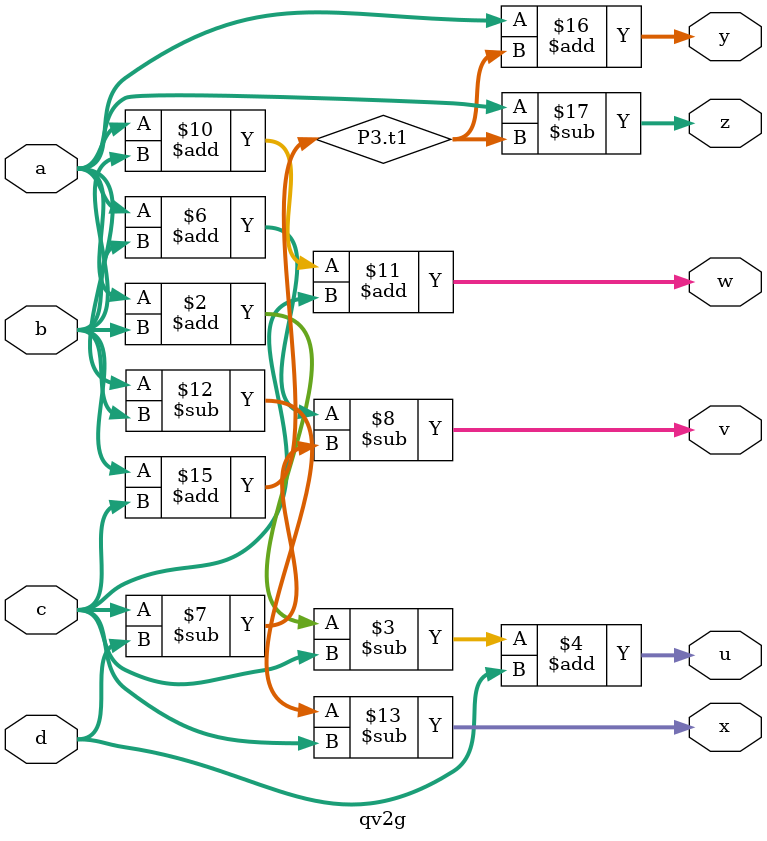
<source format=v>
`timescale 1ns / 1ps

module qv2g(
    input [3:0] a, b, c, d,
    output reg[3:0] u, v, w, x, y, z
);

    always @(a, b, c, d)
    begin : P0
        u <= a + b - c + d;
    end
    
    always @(a, b, c, d)
    begin : P1
        v <= (a + b) - (c - d);
    end
    
    always @(a, b, c)
    begin : P2
        w <= a + b + c;
        x <= a - b - c;
    end
    
    always @(a, b, c)
    begin : P3
        reg[3:0] t1;
        t1 = b + c;
        y <= a + t1;
        z <= a - t1;
    end

endmodule

</source>
